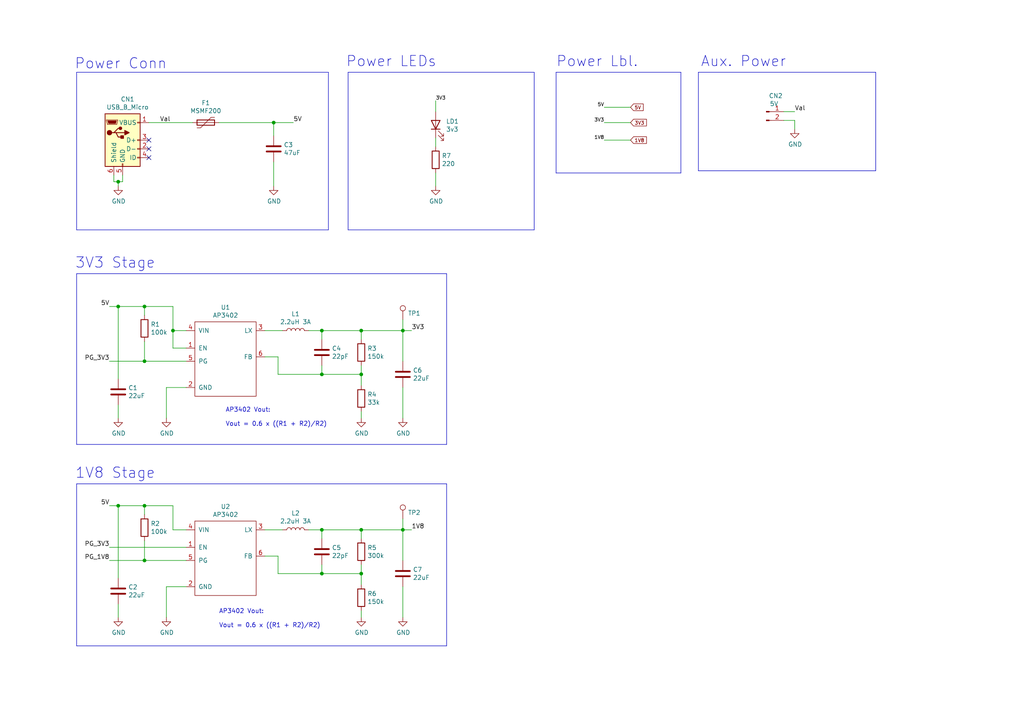
<source format=kicad_sch>
(kicad_sch (version 20230121) (generator eeschema)
  (paper "A4")
  (title_block (title "Jupiter Model A") (date "2020-05-23") (rev "0.1") (company "Francesco Ficili"))
  (lib_symbols
    (symbol "Connector:TestPoint" (pin_numbers hide) (pin_names (offset 0.762) hide)
      (property "Reference" "TP" (at 0 6.858 0))
      (property "Value" "TestPoint" (at 0 5.08 0))
      (symbol "TestPoint_0_1"
        (circle (center 0 3.302) (radius 0.762))
      )
      (symbol "TestPoint_1_1"
        (pin passive line (at 0 0 90) (length 2.54) (name "1") (number "1"))
      )
    )
    (symbol "Device:C" (pin_numbers hide) (pin_names (offset 0.254))
      (property "Reference" "C" (at 0.635 2.54 0))
      (property "Value" "C" (at 0.635 -2.54 0))
      (symbol "C_0_1"
        (polyline (pts (xy -2.032 -0.762) (xy 2.032 -0.762)) (stroke (width 0.508)))
        (polyline (pts (xy -2.032 0.762) (xy 2.032 0.762)) (stroke (width 0.508)))
      )
      (symbol "C_1_1"
        (pin passive line (at 0 3.81 270) (length 2.794) (name "~") (number "1"))
        (pin passive line (at 0 -3.81 90) (length 2.794) (name "~") (number "2"))
      )
    )
    (symbol "Device:L" (pin_numbers hide) (pin_names (offset 1.016) hide)
      (property "Reference" "L" (at -1.27 0 90))
      (property "Value" "L" (at 1.905 0 90))
      (symbol "L_0_1"
        (arc (start 0 -2.54) (mid 0.6323 -1.905) (end 0 -1.27))
        (arc (start 0 -1.27) (mid 0.6323 -0.635) (end 0 0))
        (arc (start 0 0) (mid 0.6323 0.635) (end 0 1.27))
        (arc (start 0 1.27) (mid 0.6323 1.905) (end 0 2.54))
      )
      (symbol "L_1_1"
        (pin passive line (at 0 3.81 270) (length 1.27) (name "1") (number "1"))
        (pin passive line (at 0 -3.81 90) (length 1.27) (name "2") (number "2"))
      )
    )
    (symbol "Device:LED" (pin_numbers hide) (pin_names (offset 1.016) hide)
      (property "Reference" "D" (at 0 2.54 0))
      (property "Value" "LED" (at 0 -2.54 0))
      (symbol "LED_0_1"
        (polyline (pts (xy -1.27 -1.27) (xy -1.27 1.27)) (stroke (width 0.254)))
        (polyline (pts (xy -1.27 0) (xy 1.27 0)))
        (polyline (pts (xy 1.27 -1.27) (xy 1.27 1.27) (xy -1.27 0) (xy 1.27 -1.27)) (stroke (width 0.254)))
        (polyline (pts (xy -3.048 -0.762) (xy -4.572 -2.286) (xy -3.81 -2.286) (xy -4.572 -2.286) (xy -4.572 -1.524)))
        (polyline (pts (xy -1.778 -0.762) (xy -3.302 -2.286) (xy -2.54 -2.286) (xy -3.302 -2.286) (xy -3.302 -1.524)))
      )
      (symbol "LED_1_1"
        (pin passive line (at -3.81 0 0) (length 2.54) (name "K") (number "1"))
        (pin passive line (at 3.81 0 180) (length 2.54) (name "A") (number "2"))
      )
    )
    (symbol "Device:Polyfuse" (pin_numbers hide) (pin_names (offset 0))
      (property "Reference" "F" (at -2.54 0 90))
      (property "Value" "Polyfuse" (at 2.54 0 90))
      (symbol "Polyfuse_0_1"
        (rectangle (start -0.762 2.54) (end 0.762 -2.54) (stroke (width 0.254)))
        (polyline (pts (xy 0 2.54) (xy 0 -2.54)))
        (polyline (pts (xy -1.524 2.54) (xy -1.524 1.524) (xy 1.524 -1.524) (xy 1.524 -2.54)))
      )
      (symbol "Polyfuse_1_1"
        (pin passive line (at 0 3.81 270) (length 1.27) (name "~") (number "1"))
        (pin passive line (at 0 -3.81 90) (length 1.27) (name "~") (number "2"))
      )
    )
    (symbol "Device:R" (pin_numbers hide) (pin_names (offset 0))
      (property "Reference" "R" (at 2.032 0 90))
      (property "Value" "R" (at 0 0 90))
      (symbol "R_0_1"
        (rectangle (start -1.016 -2.54) (end 1.016 2.54) (stroke (width 0.254)))
      )
      (symbol "R_1_1"
        (pin passive line (at 0 3.81 270) (length 1.27) (name "~") (number "1"))
        (pin passive line (at 0 -3.81 90) (length 1.27) (name "~") (number "2"))
      )
    )
    (symbol "Jupiter-rescue:AP3402-FF_Regulators" (pin_names (offset 1.016))
      (property "Reference" "U" (at 0 12.7 0))
      (property "Value" "FF_Regulators_AP3402" (at 0 -11.43 0))
      (symbol "AP3402-FF_Regulators_0_1"
        (rectangle (start -8.89 11.43) (end 8.89 -10.16))
      )
      (symbol "AP3402-FF_Regulators_1_1"
        (pin input line (at -11.43 3.81 0) (length 2.54) (name "EN") (number "1"))
        (pin input line (at -11.43 -7.62 0) (length 2.54) (name "GND") (number "2"))
        (pin input line (at 11.43 8.89 180) (length 2.54) (name "LX") (number "3"))
        (pin input line (at -11.43 8.89 0) (length 2.54) (name "VIN") (number "4"))
        (pin input line (at -11.43 0 0) (length 2.54) (name "PG") (number "5"))
        (pin input line (at 11.43 1.27 180) (length 2.54) (name "FB") (number "6"))
      )
    )
    (symbol "Jupiter-rescue:Conn_01x02_Male-Connector" (pin_names (offset 1.016) hide)
      (property "Reference" "J" (at 0 2.54 0))
      (property "Value" "Connector_Conn_01x02_Male" (at 0 -5.08 0))
      (symbol "Conn_01x02_Male-Connector_1_1"
        (polyline (pts (xy 1.27 -2.54) (xy 0.8636 -2.54)) (stroke (width 0.1524)))
        (polyline (pts (xy 1.27 0) (xy 0.8636 0)) (stroke (width 0.1524)))
        (rectangle (start 0.8636 -2.413) (end 0 -2.667) (stroke (width 0.1524)) (fill (type outline)))
        (rectangle (start 0.8636 0.127) (end 0 -0.127) (stroke (width 0.1524)) (fill (type outline)))
        (pin passive line (at 5.08 0 180) (length 3.81) (name "Pin_1") (number "1"))
        (pin passive line (at 5.08 -2.54 180) (length 3.81) (name "Pin_2") (number "2"))
      )
    )
    (symbol "Jupiter-rescue:USB_B_Micro-Connector" (pin_names (offset 1.016))
      (property "Reference" "J" (at -5.08 11.43 0))
      (property "Value" "Connector_USB_B_Micro" (at -5.08 8.89 0))
      (symbol "USB_B_Micro-Connector_0_1"
        (rectangle (start -5.08 -7.62) (end 5.08 7.62) (stroke (width 0.254)) (fill (type background)))
        (circle (center -3.81 2.159) (radius 0.635) (stroke (width 0.254)) (fill (type outline)))
        (circle (center -0.635 3.429) (radius 0.381) (stroke (width 0.254)) (fill (type outline)))
        (rectangle (start -0.127 -7.62) (end 0.127 -6.858))
        (polyline (pts (xy -1.905 2.159) (xy 0.635 2.159)) (stroke (width 0.254)))
        (polyline (pts (xy -3.175 2.159) (xy -2.54 2.159) (xy -1.27 3.429) (xy -0.635 3.429)) (stroke (width 0.254)))
        (polyline (pts (xy -2.54 2.159) (xy -1.905 2.159) (xy -1.27 0.889) (xy 0 0.889)) (stroke (width 0.254)))
        (polyline (pts (xy 0.635 2.794) (xy 0.635 1.524) (xy 1.905 2.159) (xy 0.635 2.794)) (stroke (width 0.254)) (fill (type outline)))
        (polyline (pts (xy -4.318 5.588) (xy -1.778 5.588) (xy -2.032 4.826) (xy -4.064 4.826) (xy -4.318 5.588)) (fill (type outline)))
        (polyline (pts (xy -4.699 5.842) (xy -4.699 5.588) (xy -4.445 4.826) (xy -4.445 4.572) (xy -1.651 4.572) (xy -1.651 4.826) (xy -1.397 5.588) (xy -1.397 5.842) (xy -4.699 5.842)))
        (rectangle (start 0.254 1.27) (end -0.508 0.508) (stroke (width 0.254)) (fill (type outline)))
        (rectangle (start 5.08 -5.207) (end 4.318 -4.953))
        (rectangle (start 5.08 -2.667) (end 4.318 -2.413))
        (rectangle (start 5.08 -0.127) (end 4.318 0.127))
        (rectangle (start 5.08 4.953) (end 4.318 5.207))
      )
      (symbol "USB_B_Micro-Connector_1_1"
        (pin power_out line (at 7.62 5.08 180) (length 2.54) (name "VBUS") (number "1"))
        (pin passive line (at 7.62 -2.54 180) (length 2.54) (name "D-") (number "2"))
        (pin passive line (at 7.62 0 180) (length 2.54) (name "D+") (number "3"))
        (pin passive line (at 7.62 -5.08 180) (length 2.54) (name "ID") (number "4"))
        (pin power_out line (at 0 -10.16 90) (length 2.54) (name "GND") (number "5"))
        (pin passive line (at -2.54 -10.16 90) (length 2.54) (name "Shield") (number "6"))
      )
    )
    (symbol "power:GND" (power) (pin_names (offset 0))
      (property "Value" "GND" (at 0 -3.81 0))
      (symbol "GND_0_1"
        (polyline (pts (xy 0 0) (xy 0 -1.27) (xy 1.27 -1.27) (xy 0 -2.54) (xy -1.27 -1.27) (xy 0 -1.27)))
      )
      (symbol "GND_1_1"
        (pin power_in line (at 0 0 270) (length 0) hide (name "GND") (number "1"))
      )
    )
  )
  (junction (at 104.775 108.585))
  (junction (at 104.775 153.67))
  (junction (at 41.91 88.9))
  (junction (at 34.29 146.685))
  (junction (at 93.345 95.885))
  (junction (at 79.375 35.56))
  (junction (at 93.345 166.37))
  (junction (at 41.91 146.685))
  (junction (at 41.91 162.56))
  (junction (at 93.345 153.67))
  (junction (at 34.29 88.9))
  (junction (at 93.345 108.585))
  (junction (at 41.91 104.775))
  (junction (at 116.84 95.885))
  (junction (at 116.84 153.67))
  (junction (at 50.165 95.885))
  (junction (at 104.775 166.37))
  (junction (at 34.29 52.705))
  (junction (at 104.775 95.885))
  (no_connect (at 43.18 40.64))
  (no_connect (at 43.18 43.18))
  (no_connect (at 43.18 45.72))
  (wire (pts (xy 76.835 95.885) (xy 81.915 95.885)))
  (wire (pts (xy 76.835 161.29) (xy 80.645 161.29)))
  (polyline (pts (xy 100.965 20.955) (xy 100.965 66.675)))
  (wire (pts (xy 227.33 34.925) (xy 230.505 34.925)))
  (wire (pts (xy 41.91 88.9) (xy 34.29 88.9)))
  (wire (pts (xy 104.775 108.585) (xy 104.775 106.045)))
  (wire (pts (xy 79.375 46.99) (xy 79.375 53.975)))
  (wire (pts (xy 53.975 153.67) (xy 50.165 153.67)))
  (wire (pts (xy 41.91 88.9) (xy 41.91 91.44)))
  (polyline (pts (xy 202.565 20.955) (xy 202.565 49.53)))
  (wire (pts (xy 53.975 104.775) (xy 41.91 104.775)))
  (wire (pts (xy 53.975 100.965) (xy 50.165 100.965)))
  (wire (pts (xy 116.84 112.395) (xy 116.84 121.285)))
  (wire (pts (xy 93.345 153.67) (xy 104.775 153.67)))
  (wire (pts (xy 50.165 146.685) (xy 50.165 153.67)))
  (wire (pts (xy 79.375 35.56) (xy 79.375 39.37)))
  (wire (pts (xy 41.91 88.9) (xy 50.165 88.9)))
  (wire (pts (xy 116.84 153.67) (xy 116.84 162.56)))
  (wire (pts (xy 76.835 153.67) (xy 81.915 153.67)))
  (wire (pts (xy 31.75 158.75) (xy 53.975 158.75)))
  (polyline (pts (xy 95.25 66.675) (xy 95.25 20.955)))
  (polyline (pts (xy 161.29 20.955) (xy 161.29 50.165)))
  (wire (pts (xy 104.775 166.37) (xy 104.775 169.545)))
  (wire (pts (xy 89.535 95.885) (xy 93.345 95.885)))
  (wire (pts (xy 53.975 112.395) (xy 48.26 112.395)))
  (wire (pts (xy 48.26 170.18) (xy 48.26 179.07)))
  (wire (pts (xy 50.165 88.9) (xy 50.165 95.885)))
  (wire (pts (xy 126.365 50.165) (xy 126.365 53.975)))
  (wire (pts (xy 93.345 95.885) (xy 93.345 98.425)))
  (wire (pts (xy 182.88 35.56) (xy 175.26 35.56)))
  (wire (pts (xy 34.29 52.705) (xy 35.56 52.705)))
  (wire (pts (xy 76.835 103.505) (xy 80.645 103.505)))
  (wire (pts (xy 104.775 95.885) (xy 116.84 95.885)))
  (wire (pts (xy 104.775 153.67) (xy 116.84 153.67)))
  (wire (pts (xy 89.535 153.67) (xy 93.345 153.67)))
  (polyline (pts (xy 100.965 66.675) (xy 154.94 66.675)))
  (wire (pts (xy 41.91 146.685) (xy 41.91 149.225)))
  (wire (pts (xy 80.645 161.29) (xy 80.645 166.37)))
  (polyline (pts (xy 22.225 140.335) (xy 22.225 187.325)))
  (polyline (pts (xy 197.485 50.165) (xy 197.485 20.955)))
  (wire (pts (xy 53.975 162.56) (xy 41.91 162.56)))
  (polyline (pts (xy 202.565 20.955) (xy 254 20.955)))
  (polyline (pts (xy 22.225 128.905) (xy 129.54 128.905)))
  (polyline (pts (xy 22.225 20.955) (xy 22.225 66.675)))
  (wire (pts (xy 50.165 100.965) (xy 50.165 95.885)))
  (polyline (pts (xy 22.225 66.675) (xy 95.25 66.675)))
  (wire (pts (xy 116.84 153.67) (xy 116.84 150.495)))
  (wire (pts (xy 53.975 170.18) (xy 48.26 170.18)))
  (wire (pts (xy 41.91 146.685) (xy 34.29 146.685)))
  (polyline (pts (xy 154.94 20.955) (xy 100.965 20.955)))
  (wire (pts (xy 116.84 153.67) (xy 119.38 153.67)))
  (polyline (pts (xy 129.54 79.375) (xy 22.225 79.375)))
  (wire (pts (xy 230.505 34.925) (xy 230.505 37.465)))
  (wire (pts (xy 116.84 170.18) (xy 116.84 179.07)))
  (wire (pts (xy 43.18 35.56) (xy 55.88 35.56)))
  (polyline (pts (xy 22.225 187.325) (xy 129.54 187.325)))
  (wire (pts (xy 34.29 117.475) (xy 34.29 121.285)))
  (wire (pts (xy 34.29 146.685) (xy 34.29 167.64)))
  (wire (pts (xy 34.29 52.705) (xy 34.29 53.975)))
  (polyline (pts (xy 254 20.955) (xy 254 49.53)))
  (wire (pts (xy 116.84 95.885) (xy 119.38 95.885)))
  (wire (pts (xy 41.91 146.685) (xy 50.165 146.685)))
  (wire (pts (xy 41.91 104.775) (xy 31.75 104.775)))
  (wire (pts (xy 63.5 35.56) (xy 79.375 35.56)))
  (polyline (pts (xy 22.225 79.375) (xy 22.225 128.905)))
  (wire (pts (xy 104.775 153.67) (xy 104.775 156.21)))
  (wire (pts (xy 41.91 162.56) (xy 31.75 162.56)))
  (wire (pts (xy 93.345 108.585) (xy 104.775 108.585)))
  (wire (pts (xy 93.345 166.37) (xy 93.345 163.83)))
  (wire (pts (xy 34.29 88.9) (xy 31.75 88.9)))
  (polyline (pts (xy 202.565 49.53) (xy 254 49.53)))
  (wire (pts (xy 79.375 35.56) (xy 85.09 35.56)))
  (wire (pts (xy 80.645 108.585) (xy 93.345 108.585)))
  (polyline (pts (xy 154.94 66.675) (xy 154.94 20.955)))
  (wire (pts (xy 104.775 95.885) (xy 104.775 98.425)))
  (wire (pts (xy 182.88 40.64) (xy 175.26 40.64)))
  (wire (pts (xy 126.365 40.005) (xy 126.365 42.545)))
  (wire (pts (xy 116.84 95.885) (xy 116.84 104.775)))
  (wire (pts (xy 182.88 31.115) (xy 175.26 31.115)))
  (wire (pts (xy 80.645 103.505) (xy 80.645 108.585)))
  (wire (pts (xy 48.26 112.395) (xy 48.26 121.285)))
  (wire (pts (xy 93.345 95.885) (xy 104.775 95.885)))
  (wire (pts (xy 116.84 95.885) (xy 116.84 92.71)))
  (polyline (pts (xy 161.29 50.165) (xy 197.485 50.165)))
  (wire (pts (xy 104.775 119.38) (xy 104.775 121.285)))
  (wire (pts (xy 35.56 52.705) (xy 35.56 50.8)))
  (wire (pts (xy 34.29 175.26) (xy 34.29 179.07)))
  (wire (pts (xy 80.645 166.37) (xy 93.345 166.37)))
  (wire (pts (xy 41.91 162.56) (xy 41.91 156.845)))
  (wire (pts (xy 93.345 153.67) (xy 93.345 156.21)))
  (wire (pts (xy 104.775 177.165) (xy 104.775 179.07)))
  (wire (pts (xy 34.29 146.685) (xy 31.75 146.685)))
  (wire (pts (xy 227.33 32.385) (xy 230.505 32.385)))
  (polyline (pts (xy 129.54 140.335) (xy 22.225 140.335)))
  (wire (pts (xy 93.345 166.37) (xy 104.775 166.37)))
  (wire (pts (xy 104.775 166.37) (xy 104.775 163.83)))
  (polyline (pts (xy 197.485 20.955) (xy 161.29 20.955)))
  (wire (pts (xy 53.975 95.885) (xy 50.165 95.885)))
  (wire (pts (xy 126.365 29.21) (xy 126.365 32.385)))
  (polyline (pts (xy 129.54 187.325) (xy 129.54 140.335)))
  (wire (pts (xy 34.29 88.9) (xy 34.29 109.855)))
  (wire (pts (xy 33.02 52.705) (xy 34.29 52.705)))
  (wire (pts (xy 93.345 108.585) (xy 93.345 106.045)))
  (wire (pts (xy 104.775 108.585) (xy 104.775 111.76)))
  (wire (pts (xy 41.91 104.775) (xy 41.91 99.06)))
  (polyline (pts (xy 129.54 128.905) (xy 129.54 79.375)))
  (polyline (pts (xy 95.25 20.955) (xy 22.225 20.955)))
  (wire (pts (xy 33.02 50.8) (xy 33.02 52.705)))
  (text "AP3402 Vout:\n\nVout = 0.6 x ((R1 + R2)/R2)" (at 65.405 123.825 0) (effects (font (size 1.27 1.27)) (justify left bottom)))
  (text "Aux. Power" (at 203.2 19.685 0) (effects (font (size 2.9972 2.9972)) (justify left bottom)))
  (text "3V3 Stage" (at 45.085 78.105 0) (effects (font (size 2.9972 2.9972)) (justify right bottom)))
  (text "Power Lbl." (at 161.29 19.685 0) (effects (font (size 2.9972 2.9972)) (justify left bottom)))
  (text "Power LEDs" (at 100.33 19.685 0) (effects (font (size 2.9972 2.9972)) (justify left bottom)))
  (text "AP3402 Vout:\n\nVout = 0.6 x ((R1 + R2)/R2)" (at 63.5 182.245 0) (effects (font (size 1.27 1.27)) (justify left bottom)))
  (text "Power Conn" (at 21.59 20.32 0) (effects (font (size 2.9972 2.9972)) (justify left bottom)))
  (text "1V8 Stage" (at 45.085 139.065 0) (effects (font (size 2.9972 2.9972)) (justify right bottom)))
  (label "5V" (at 31.75 88.9 180))
  (label "3V3" (at 126.365 29.21 0) (effects (font (size 0.9906 0.9906))))
  (label "5V" (at 85.09 35.56 0))
  (label "1V8" (at 175.26 40.64 180) (effects (font (size 0.9906 0.9906))))
  (label "PG_1V8" (at 31.75 162.56 180))
  (label "3V3" (at 119.38 95.885 0))
  (label "3V3" (at 175.26 35.56 180) (effects (font (size 0.9906 0.9906))))
  (label "Val" (at 230.505 32.385 0))
  (label "5V" (at 31.75 146.685 180))
  (label "PG_3V3" (at 31.75 104.775 180))
  (label "PG_3V3" (at 31.75 158.75 180))
  (label "5V" (at 175.26 31.115 180) (effects (font (size 0.9906 0.9906))))
  (label "1V8" (at 119.38 153.67 0))
  (label "Val" (at 46.355 35.56 0))
  (global_label "1V8" (shape input) (at 182.88 40.64 0) (effects (font (size 0.9906 0.9906))) (property "Intersheetrefs" "${INTERSHEET_REFS}" (effects hide)))
  (global_label "3V3" (shape input) (at 182.88 35.56 0) (effects (font (size 0.9906 0.9906))) (property "Intersheetrefs" "${INTERSHEET_REFS}" (effects hide)))
  (global_label "5V" (shape input) (at 182.88 31.115 0) (effects (font (size 0.9906 0.9906))) (property "Intersheetrefs" "${INTERSHEET_REFS}" (effects hide)))
  (symbol (lib_id "Device:Polyfuse") (at 59.69 35.56 270) (unit 1)
    (property "Reference" "F1" (at 59.69 29.845 90))
    (property "Value" "MSMF200" (at 59.69 32.1564 90))
    (property "Footprint" "Fuse:Fuse_1812_4532Metric" (effects hide))
    (property "Manf" "SMD 1812" (effects hide))
  )
  (symbol (lib_id "power:GND") (at 34.29 53.975 0) (unit 1)
    (property "Reference" "#PWR01" (effects hide))
    (property "Value" "GND" (at 34.417 58.3692 0))
  )
  (symbol (lib_id "Device:C") (at 79.375 43.18 0) (unit 1)
    (property "Reference" "C3" (at 82.296 42.0116 0) (effects (justify left)))
    (property "Value" "47uF" (at 82.296 44.323 0) (effects (justify left)))
    (property "Footprint" "Capacitor_SMD:C_1206_3216Metric" (effects hide))
    (property "Manf" "1206_C" (effects hide))
  )
  (symbol (lib_id "power:GND") (at 79.375 53.975 0) (unit 1)
    (property "Reference" "#PWR06" (effects hide))
    (property "Value" "GND" (at 79.502 58.3692 0))
  )
  (symbol (lib_id "Jupiter-rescue:AP3402-FF_Regulators") (at 65.405 104.775 0) (unit 1)
    (property "Reference" "U1" (at 65.405 89.154 0))
    (property "Value" "AP3402" (at 65.405 91.4654 0))
    (property "Footprint" "Package_TO_SOT_SMD:TSOT-23-6" (effects hide))
    (property "Manf" "TSOT-23-6" (effects hide))
  )
  (symbol (lib_id "Device:R") (at 41.91 95.25 0) (unit 1)
    (property "Reference" "R1" (at 43.688 94.0816 0) (effects (justify left)))
    (property "Value" "100k" (at 43.688 96.393 0) (effects (justify left)))
    (property "Footprint" "Resistor_SMD:R_0603_1608Metric" (effects hide))
    (property "Manf" "0603_R" (effects hide))
  )
  (symbol (lib_id "Device:C") (at 34.29 113.665 0) (unit 1)
    (property "Reference" "C1" (at 37.211 112.4966 0) (effects (justify left)))
    (property "Value" "22uF" (at 37.211 114.808 0) (effects (justify left)))
    (property "Footprint" "Capacitor_SMD:C_0805_2012Metric" (effects hide))
    (property "Manf" "0805_C" (effects hide))
  )
  (symbol (lib_id "power:GND") (at 34.29 121.285 0) (unit 1)
    (property "Reference" "#PWR02" (effects hide))
    (property "Value" "GND" (at 34.417 125.6792 0))
  )
  (symbol (lib_id "power:GND") (at 48.26 121.285 0) (unit 1)
    (property "Reference" "#PWR04" (effects hide))
    (property "Value" "GND" (at 48.387 125.6792 0))
  )
  (symbol (lib_id "Device:C") (at 116.84 108.585 0) (unit 1)
    (property "Reference" "C6" (at 119.761 107.4166 0) (effects (justify left)))
    (property "Value" "22uF" (at 119.761 109.728 0) (effects (justify left)))
    (property "Footprint" "Capacitor_SMD:C_0805_2012Metric" (effects hide))
    (property "Manf" "0805_C" (effects hide))
  )
  (symbol (lib_id "Device:L") (at 85.725 95.885 90) (unit 1)
    (property "Reference" "L1" (at 85.725 91.059 90))
    (property "Value" "2.2uH 3A" (at 85.725 93.3704 90))
    (property "Footprint" "Inductor_SMD:L_Sunlord_MWSA0518_5.4x5.2mm" (effects hide))
    (property "Manf" "L_Sunlord_MWSA0518_5.4x5.2mm" (effects hide))
  )
  (symbol (lib_id "Device:C") (at 93.345 102.235 0) (unit 1)
    (property "Reference" "C4" (at 96.266 101.0666 0) (effects (justify left)))
    (property "Value" "22pF" (at 96.266 103.378 0) (effects (justify left)))
    (property "Footprint" "Capacitor_SMD:C_0603_1608Metric" (effects hide))
    (property "Manf" "0603_C" (effects hide))
  )
  (symbol (lib_id "Device:R") (at 104.775 102.235 0) (unit 1)
    (property "Reference" "R3" (at 106.553 101.0666 0) (effects (justify left)))
    (property "Value" "150k" (at 106.553 103.378 0) (effects (justify left)))
    (property "Footprint" "Resistor_SMD:R_0603_1608Metric" (effects hide))
    (property "Manf" "0603_R" (effects hide))
  )
  (symbol (lib_id "Device:R") (at 104.775 115.57 0) (unit 1)
    (property "Reference" "R4" (at 106.553 114.4016 0) (effects (justify left)))
    (property "Value" "33k" (at 106.553 116.713 0) (effects (justify left)))
    (property "Footprint" "Resistor_SMD:R_0603_1608Metric" (effects hide))
    (property "Manf" "0603_R" (effects hide))
  )
  (symbol (lib_id "power:GND") (at 104.775 121.285 0) (unit 1)
    (property "Reference" "#PWR07" (effects hide))
    (property "Value" "GND" (at 104.902 125.6792 0))
  )
  (symbol (lib_id "power:GND") (at 116.84 121.285 0) (unit 1)
    (property "Reference" "#PWR09" (effects hide))
    (property "Value" "GND" (at 116.967 125.6792 0))
  )
  (symbol (lib_id "Connector:TestPoint") (at 116.84 92.71 0) (unit 1)
    (property "Reference" "TP1" (at 118.3132 90.8812 0) (effects (justify left)))
    (property "Value" " " (effects hide))
    (property "Footprint" "TestPoint:TestPoint_Pad_D1.0mm" (effects hide))
  )
  (symbol (lib_id "Jupiter-rescue:AP3402-FF_Regulators") (at 65.405 162.56 0) (unit 1)
    (property "Reference" "U2" (at 65.405 146.939 0))
    (property "Value" "AP3402" (at 65.405 149.2504 0))
    (property "Footprint" "Package_TO_SOT_SMD:TSOT-23-6" (effects hide))
    (property "Manf" "TSOT-23-6" (effects hide))
  )
  (symbol (lib_id "Device:C") (at 34.29 171.45 0) (unit 1)
    (property "Reference" "C2" (at 37.211 170.2816 0) (effects (justify left)))
    (property "Value" "22uF" (at 37.211 172.593 0) (effects (justify left)))
    (property "Footprint" "Capacitor_SMD:C_0805_2012Metric" (effects hide))
    (property "Manf" "0805_C" (effects hide))
  )
  (symbol (lib_id "power:GND") (at 34.29 179.07 0) (unit 1)
    (property "Reference" "#PWR03" (effects hide))
    (property "Value" "GND" (at 34.417 183.4642 0))
  )
  (symbol (lib_id "power:GND") (at 48.26 179.07 0) (unit 1)
    (property "Reference" "#PWR05" (effects hide))
    (property "Value" "GND" (at 48.387 183.4642 0))
  )
  (symbol (lib_id "Device:C") (at 116.84 166.37 0) (unit 1)
    (property "Reference" "C7" (at 119.761 165.2016 0) (effects (justify left)))
    (property "Value" "22uF" (at 119.761 167.513 0) (effects (justify left)))
    (property "Footprint" "Capacitor_SMD:C_0805_2012Metric" (effects hide))
    (property "Manf" "0805_C" (effects hide))
  )
  (symbol (lib_id "Device:L") (at 85.725 153.67 90) (unit 1)
    (property "Reference" "L2" (at 85.725 148.844 90))
    (property "Value" "2.2uH 3A" (at 85.725 151.1554 90))
    (property "Footprint" "Inductor_SMD:L_Sunlord_MWSA0518_5.4x5.2mm" (effects hide))
    (property "Manf" "L_Sunlord_MWSA0518_5.4x5.2mm" (effects hide))
  )
  (symbol (lib_id "Device:C") (at 93.345 160.02 0) (unit 1)
    (property "Reference" "C5" (at 96.266 158.8516 0) (effects (justify left)))
    (property "Value" "22pF" (at 96.266 161.163 0) (effects (justify left)))
    (property "Footprint" "Capacitor_SMD:C_0603_1608Metric" (effects hide))
    (property "Manf" "0603_C" (effects hide))
  )
  (symbol (lib_id "Device:R") (at 104.775 160.02 0) (unit 1)
    (property "Reference" "R5" (at 106.553 158.8516 0) (effects (justify left)))
    (property "Value" "300k" (at 106.553 161.163 0) (effects (justify left)))
    (property "Footprint" "Resistor_SMD:R_0603_1608Metric" (effects hide))
    (property "Manf" "0603_R" (effects hide))
  )
  (symbol (lib_id "Device:R") (at 104.775 173.355 0) (unit 1)
    (property "Reference" "R6" (at 106.553 172.1866 0) (effects (justify left)))
    (property "Value" "150k" (at 106.553 174.498 0) (effects (justify left)))
    (property "Footprint" "Resistor_SMD:R_0603_1608Metric" (effects hide))
    (property "Manf" "0603_R" (effects hide))
  )
  (symbol (lib_id "power:GND") (at 104.775 179.07 0) (unit 1)
    (property "Reference" "#PWR08" (effects hide))
    (property "Value" "GND" (at 104.902 183.4642 0))
  )
  (symbol (lib_id "power:GND") (at 116.84 179.07 0) (unit 1)
    (property "Reference" "#PWR010" (effects hide))
    (property "Value" "GND" (at 116.967 183.4642 0))
  )
  (symbol (lib_id "Connector:TestPoint") (at 116.84 150.495 0) (unit 1)
    (property "Reference" "TP2" (at 118.3132 148.6662 0) (effects (justify left)))
    (property "Value" " " (effects hide))
    (property "Footprint" "TestPoint:TestPoint_Pad_D1.0mm" (effects hide))
  )
  (symbol (lib_id "Device:R") (at 41.91 153.035 0) (unit 1)
    (property "Reference" "R2" (at 43.688 151.8666 0) (effects (justify left)))
    (property "Value" "100k" (at 43.688 154.178 0) (effects (justify left)))
    (property "Footprint" "Resistor_SMD:R_0603_1608Metric" (effects hide))
    (property "Manf" "0603_R" (effects hide))
  )
  (symbol (lib_id "Device:LED") (at 126.365 36.195 90) (unit 1)
    (property "Reference" "LD1" (at 129.3622 35.2044 90) (effects (justify right)))
    (property "Value" "3v3" (at 129.3622 37.5158 90) (effects (justify right)))
    (property "Footprint" "LED_SMD:LED_0805_2012Metric" (effects hide))
    (property "Manf" "LED_0805" (effects hide))
  )
  (symbol (lib_id "Device:R") (at 126.365 46.355 0) (unit 1)
    (property "Reference" "R7" (at 128.143 45.1866 0) (effects (justify left)))
    (property "Value" "220" (at 128.143 47.498 0) (effects (justify left)))
    (property "Footprint" "Resistor_SMD:R_0603_1608Metric" (effects hide))
    (property "Manf" "0603_R" (effects hide))
  )
  (symbol (lib_id "power:GND") (at 126.365 53.975 0) (unit 1)
    (property "Reference" "#PWR011" (effects hide))
    (property "Value" "GND" (at 126.492 58.3692 0))
  )
  (symbol (lib_id "Jupiter-rescue:Conn_01x02_Male-Connector") (at 222.25 32.385 0) (unit 1)
    (property "Reference" "CN2" (at 224.9932 27.7876 0))
    (property "Value" "5V " (at 224.9932 30.099 0))
    (property "Footprint" "Connector_PinHeader_2.54mm:PinHeader_1x02_P2.54mm_Vertical" (effects hide))
    (property "Manf" "PinHeader_1x02_P2.54mm_Vertical" (effects hide))
  )
  (symbol (lib_id "power:GND") (at 230.505 37.465 0) (unit 1)
    (property "Reference" "#PWR012" (effects hide))
    (property "Value" "GND" (at 230.632 41.8592 0))
  )
  (symbol (lib_id "Jupiter-rescue:USB_B_Micro-Connector") (at 35.56 40.64 0) (unit 1)
    (property "Reference" "CN1" (at 37.0078 28.7782 0))
    (property "Value" "USB_B_Micro" (at 37.0078 31.0896 0))
    (property "Footprint" "Connector_USB:USB_Micro-B_Molex_47346-0001" (effects hide))
    (property "Manf" "USB MicroB Connector " (effects hide))
    (property "Manf#" "Molex_47346" (effects hide))
  )
)
</source>
